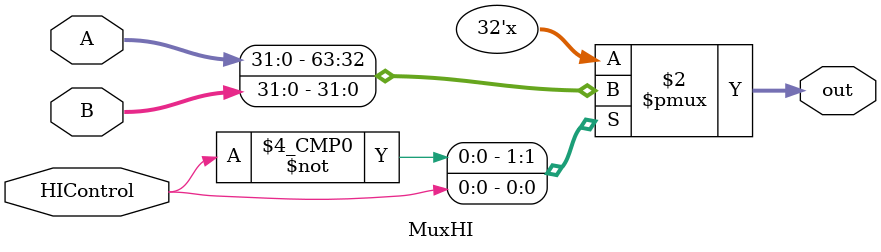
<source format=sv>
module MuxHI(A, B, out, HIControl);

	input logic [31:0] A, B;
	input logic HIControl;
	output logic [31:0] out;
  
    always @(HIControl)begin
      case(HIControl)
            0: out = A;
            1: out = B;
        endcase
    end
endmodule
</source>
